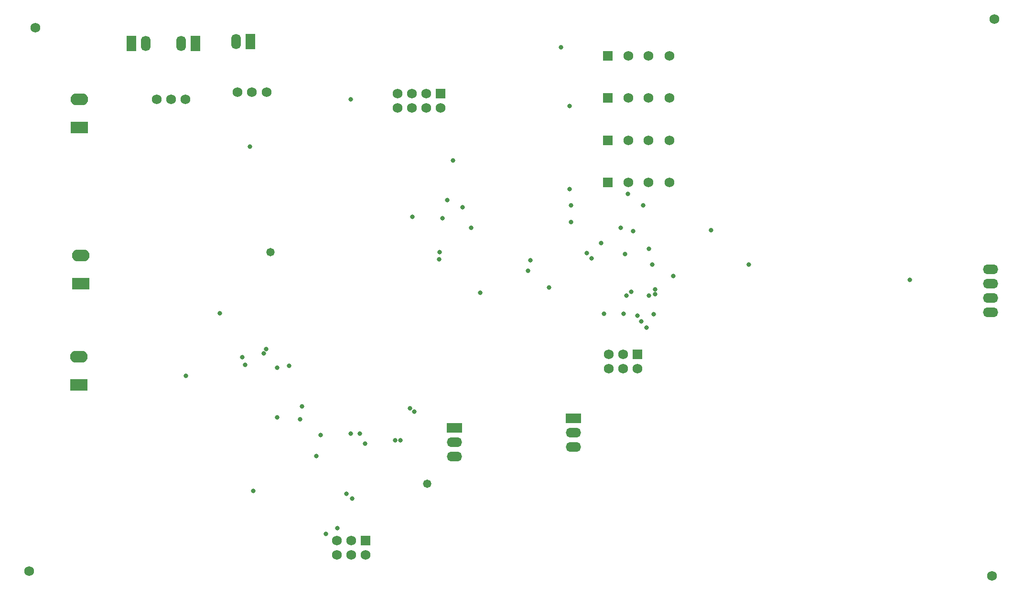
<source format=gbs>
G04 Layer_Color=16711935*
%FSLAX44Y44*%
%MOMM*%
G71*
G01*
G75*
%ADD55C,1.7272*%
%ADD56R,1.7272X1.7272*%
%ADD57O,2.7032X1.7272*%
%ADD58O,2.7032X1.7032*%
%ADD59O,1.7272X2.7032*%
%ADD60R,1.7272X2.7032*%
%ADD61R,2.7032X1.7272*%
%ADD62R,3.1032X2.1032*%
%ADD63O,3.1032X2.1032*%
%ADD64C,0.8382*%
%ADD65C,1.4732*%
D55*
X1156500Y947500D02*
D03*
X1119500D02*
D03*
X1083500D02*
D03*
X1074600Y417900D02*
D03*
X1049200D02*
D03*
X1100000Y392500D02*
D03*
X1074600D02*
D03*
X1049200D02*
D03*
X247500Y870000D02*
D03*
X299000D02*
D03*
X273250D02*
D03*
X751200Y854600D02*
D03*
X725546D02*
D03*
Y880000D02*
D03*
X699638Y854854D02*
D03*
X700400Y880000D02*
D03*
X675000Y854854D02*
D03*
Y880000D02*
D03*
X567100Y62500D02*
D03*
X592500D02*
D03*
X617900D02*
D03*
X567100Y87900D02*
D03*
X592500D02*
D03*
X1083500Y872500D02*
D03*
X1119500D02*
D03*
X1156500D02*
D03*
Y797500D02*
D03*
X1119500D02*
D03*
X1083500D02*
D03*
Y722500D02*
D03*
X1119500D02*
D03*
X1156500D02*
D03*
X1732500Y1012500D02*
D03*
X1727500Y25000D02*
D03*
X22000Y33500D02*
D03*
X32500Y997500D02*
D03*
X391000Y882500D02*
D03*
X442500D02*
D03*
X416750D02*
D03*
D56*
X1047500Y947500D02*
D03*
X1100000Y417900D02*
D03*
X750946Y880254D02*
D03*
X617900Y87900D02*
D03*
X1047500Y872500D02*
D03*
Y797500D02*
D03*
Y722500D02*
D03*
D57*
X1725000Y542900D02*
D03*
Y517500D02*
D03*
Y568300D02*
D03*
X986000Y279500D02*
D03*
Y254100D02*
D03*
X775000Y261900D02*
D03*
Y236500D02*
D03*
D58*
X1725000Y492100D02*
D03*
D59*
X228700Y969500D02*
D03*
X291000D02*
D03*
X388300Y972500D02*
D03*
D60*
X203300Y969500D02*
D03*
X316400D02*
D03*
X413700Y972500D02*
D03*
D61*
X986000Y304900D02*
D03*
X775000Y287300D02*
D03*
D62*
X110000Y363500D02*
D03*
X113000Y543500D02*
D03*
X110501Y820000D02*
D03*
D63*
X110000Y413500D02*
D03*
X113000Y593500D02*
D03*
X110501Y870000D02*
D03*
D64*
X805000Y642500D02*
D03*
X567500Y110000D02*
D03*
X547750Y100000D02*
D03*
X1582500Y550000D02*
D03*
X910000Y585000D02*
D03*
X1035000Y615000D02*
D03*
X1120000Y605000D02*
D03*
X1070000Y642500D02*
D03*
X1110000Y682500D02*
D03*
X1018500Y588500D02*
D03*
X1010000Y597500D02*
D03*
X1082500Y702500D02*
D03*
X982000Y682000D02*
D03*
Y652500D02*
D03*
X1040000Y490000D02*
D03*
X1075000D02*
D03*
X482000Y397500D02*
D03*
X1230000Y638500D02*
D03*
X979000Y710500D02*
D03*
X979500Y858500D02*
D03*
X964500Y962000D02*
D03*
X906000Y566500D02*
D03*
X943000Y536500D02*
D03*
X754000Y659500D02*
D03*
X790000Y678500D02*
D03*
X821000Y527500D02*
D03*
X1128000Y489500D02*
D03*
X1126000Y577500D02*
D03*
X1078000Y595500D02*
D03*
X1088997Y528498D02*
D03*
X1120000Y522500D02*
D03*
X1116000Y465500D02*
D03*
X703998Y316499D02*
D03*
X680000Y265500D02*
D03*
X594000Y162500D02*
D03*
X1106000Y476500D02*
D03*
X697000Y322500D02*
D03*
X670000Y265500D02*
D03*
X584000Y170500D02*
D03*
X748998Y599498D02*
D03*
X748000Y586500D02*
D03*
X1100000Y486500D02*
D03*
X1131000Y524500D02*
D03*
X763000Y691500D02*
D03*
X701000Y661500D02*
D03*
X1131000Y533500D02*
D03*
X1079997Y522499D02*
D03*
X1297000Y577500D02*
D03*
X1163000Y556500D02*
D03*
X1092000Y636500D02*
D03*
X608000Y277500D02*
D03*
X419000Y175500D02*
D03*
X617000Y259500D02*
D03*
X592000Y277497D02*
D03*
X441999Y427499D02*
D03*
X437250Y419250D02*
D03*
X502000Y302500D02*
D03*
X461250Y306500D02*
D03*
X404750Y399750D02*
D03*
X505250Y325500D02*
D03*
X538000Y274500D02*
D03*
X399750Y412750D02*
D03*
X530250Y237500D02*
D03*
X359500Y491000D02*
D03*
X461000Y394500D02*
D03*
X299250Y380250D02*
D03*
X772500Y762000D02*
D03*
X592000Y870500D02*
D03*
X413000Y786500D02*
D03*
D65*
X449000Y599500D02*
D03*
X727000Y188500D02*
D03*
M02*

</source>
